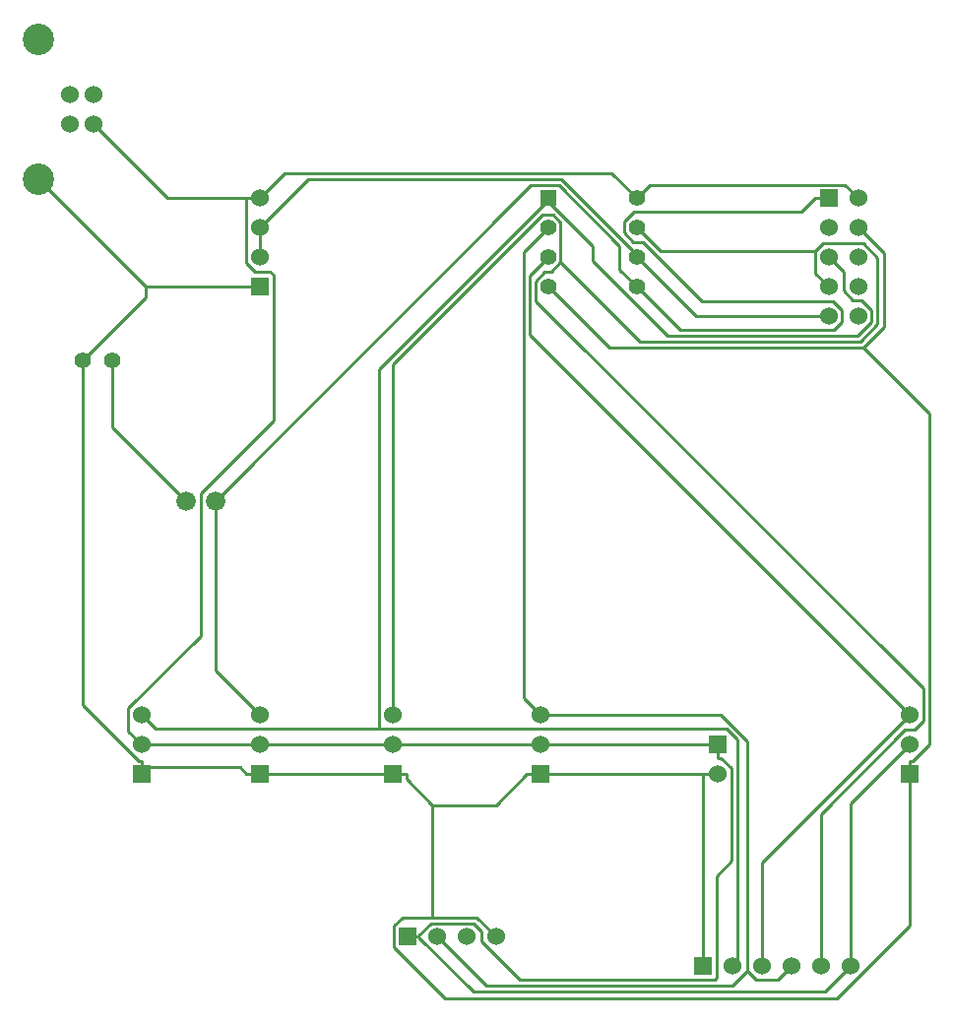
<source format=gbl>
G04 #@! TF.FileFunction,Copper,L2,Bot,Signal*
%FSLAX46Y46*%
G04 Gerber Fmt 4.6, Leading zero omitted, Abs format (unit mm)*
G04 Created by KiCad (PCBNEW 4.0.1-3.201512221402+6198~38~ubuntu14.04.1-stable) date Fri Jan 22 07:36:26 2016*
%MOMM*%
G01*
G04 APERTURE LIST*
%ADD10C,0.150000*%
%ADD11C,1.524000*%
%ADD12C,2.700020*%
%ADD13C,1.397000*%
%ADD14R,1.524000X1.524000*%
%ADD15C,1.676400*%
%ADD16R,1.397000X1.397000*%
%ADD17C,0.254000*%
G04 APERTURE END LIST*
D10*
D11*
X185039000Y-119380000D03*
X185039000Y-116840000D03*
X183040020Y-116840000D03*
X183040020Y-119380000D03*
D12*
X180340000Y-124109480D03*
X180340000Y-112110520D03*
D13*
X184150000Y-139700000D03*
X186690000Y-139700000D03*
D14*
X248285000Y-125730000D03*
D11*
X250825000Y-125730000D03*
X248285000Y-128270000D03*
X250825000Y-128270000D03*
X248285000Y-130810000D03*
X250825000Y-130810000D03*
X248285000Y-133350000D03*
X250825000Y-133350000D03*
X248285000Y-135890000D03*
X250825000Y-135890000D03*
D14*
X199390000Y-133350000D03*
D11*
X199390000Y-130810000D03*
X199390000Y-128270000D03*
X199390000Y-125730000D03*
D14*
X212090000Y-189230000D03*
D11*
X214630000Y-189230000D03*
X217170000Y-189230000D03*
X219710000Y-189230000D03*
D14*
X199390000Y-175260000D03*
D11*
X199390000Y-172720000D03*
X199390000Y-170180000D03*
D14*
X210820000Y-175260000D03*
D11*
X210820000Y-172720000D03*
X210820000Y-170180000D03*
D14*
X223520000Y-175260000D03*
D11*
X223520000Y-172720000D03*
X223520000Y-170180000D03*
D14*
X255270000Y-175260000D03*
D11*
X255270000Y-172720000D03*
X255270000Y-170180000D03*
D14*
X189230000Y-175260000D03*
D11*
X189230000Y-172720000D03*
X189230000Y-170180000D03*
D14*
X238760000Y-172720000D03*
D11*
X238760000Y-175260000D03*
D14*
X237490000Y-191770000D03*
D11*
X240030000Y-191770000D03*
X242570000Y-191770000D03*
X245110000Y-191770000D03*
X247650000Y-191770000D03*
X250190000Y-191770000D03*
D15*
X195580000Y-151765000D03*
X193040000Y-151765000D03*
D16*
X224155000Y-125730000D03*
D13*
X224155000Y-128270000D03*
X224155000Y-130810000D03*
X224155000Y-133350000D03*
X231775000Y-133350000D03*
X231775000Y-130810000D03*
X231775000Y-128270000D03*
X231775000Y-125730000D03*
D17*
X189230000Y-175260000D02*
X189230000Y-174688300D01*
X189230000Y-174688300D02*
X189230000Y-174116700D01*
X197675000Y-174688300D02*
X198246700Y-175260000D01*
X189230000Y-174688300D02*
X197675000Y-174688300D01*
X184150000Y-169322400D02*
X184150000Y-139700000D01*
X188944300Y-174116700D02*
X184150000Y-169322400D01*
X189230000Y-174116700D02*
X188944300Y-174116700D01*
X189580500Y-134269500D02*
X189580500Y-133350000D01*
X184150000Y-139700000D02*
X189580500Y-134269500D01*
X199390000Y-133350000D02*
X189580500Y-133350000D01*
X189580500Y-133350000D02*
X180340000Y-124109500D01*
X237490000Y-175260000D02*
X237490000Y-191770000D01*
X238760000Y-175260000D02*
X237490000Y-175260000D01*
X237490000Y-175260000D02*
X223520000Y-175260000D01*
X223520000Y-175260000D02*
X222376700Y-175260000D01*
X218058300Y-187578300D02*
X219710000Y-189230000D01*
X214239700Y-187578300D02*
X218058300Y-187578300D01*
X229415500Y-138610500D02*
X251251900Y-138610500D01*
X224155000Y-133350000D02*
X229415500Y-138610500D01*
X253044300Y-130489300D02*
X250825000Y-128270000D01*
X253044300Y-136818100D02*
X253044300Y-130489300D01*
X251251900Y-138610500D02*
X253044300Y-136818100D01*
X255270000Y-188307000D02*
X255270000Y-175260000D01*
X249040900Y-194536100D02*
X255270000Y-188307000D01*
X215321600Y-194536100D02*
X249040900Y-194536100D01*
X210946600Y-190161100D02*
X215321600Y-194536100D01*
X210946600Y-188304700D02*
X210946600Y-190161100D01*
X211673000Y-187578300D02*
X210946600Y-188304700D01*
X214239700Y-187578300D02*
X211673000Y-187578300D01*
X256924700Y-144283300D02*
X251251900Y-138610500D01*
X256924700Y-172747800D02*
X256924700Y-144283300D01*
X255555800Y-174116700D02*
X256924700Y-172747800D01*
X255270000Y-174116700D02*
X255555800Y-174116700D01*
X255270000Y-175260000D02*
X255270000Y-174116700D01*
X214239700Y-177929900D02*
X214239700Y-187578300D01*
X219706800Y-177929900D02*
X214239700Y-177929900D01*
X222376700Y-175260000D02*
X219706800Y-177929900D01*
X211963300Y-175653500D02*
X211963300Y-175260000D01*
X214239700Y-177929900D02*
X211963300Y-175653500D01*
X210820000Y-175260000D02*
X211963300Y-175260000D01*
X198818400Y-175260000D02*
X198246700Y-175260000D01*
X198818400Y-175260000D02*
X199390000Y-175260000D01*
X199390000Y-175260000D02*
X210820000Y-175260000D01*
X186690000Y-145415000D02*
X186690000Y-139700000D01*
X193040000Y-151765000D02*
X186690000Y-145415000D01*
X190420600Y-171370600D02*
X209660000Y-171370600D01*
X189230000Y-170180000D02*
X190420600Y-171370600D01*
X240429700Y-191370300D02*
X240030000Y-191770000D01*
X240429700Y-172286900D02*
X240429700Y-191370300D01*
X239513400Y-171370600D02*
X240429700Y-172286900D01*
X209660000Y-171370600D02*
X239513400Y-171370600D01*
X209660000Y-140476600D02*
X224139600Y-125997000D01*
X209660000Y-171370600D02*
X209660000Y-140476600D01*
X224139600Y-125745400D02*
X224139600Y-125997000D01*
X224155000Y-125730000D02*
X224139600Y-125745400D01*
X249555000Y-132080000D02*
X248285000Y-130810000D01*
X249555000Y-133696800D02*
X249555000Y-132080000D01*
X250351600Y-134493400D02*
X249555000Y-133696800D01*
X251087600Y-134493400D02*
X250351600Y-134493400D01*
X252003000Y-135408800D02*
X251087600Y-134493400D01*
X252003000Y-136382900D02*
X252003000Y-135408800D01*
X250798600Y-137587300D02*
X252003000Y-136382900D01*
X234449100Y-137587300D02*
X250798600Y-137587300D01*
X228039400Y-131177600D02*
X234449100Y-137587300D01*
X228039400Y-129896800D02*
X228039400Y-131177600D01*
X224139600Y-125997000D02*
X228039400Y-129896800D01*
X199390000Y-130810000D02*
X199390000Y-128270000D01*
X236855000Y-135890000D02*
X231775000Y-130810000D01*
X248285000Y-135890000D02*
X236855000Y-135890000D01*
X231775000Y-130607000D02*
X231775000Y-130810000D01*
X225286800Y-124118800D02*
X231775000Y-130607000D01*
X203541200Y-124118800D02*
X225286800Y-124118800D01*
X199390000Y-128270000D02*
X203541200Y-124118800D01*
X233812500Y-130307500D02*
X247141600Y-130307500D01*
X231775000Y-128270000D02*
X233812500Y-130307500D01*
X247141600Y-132206600D02*
X248285000Y-133350000D01*
X247141600Y-130307500D02*
X247141600Y-132206600D01*
X225234900Y-127811300D02*
X225234900Y-131257100D01*
X224612700Y-127189100D02*
X225234900Y-127811300D01*
X223670000Y-127189100D02*
X224612700Y-127189100D01*
X210820000Y-140039100D02*
X223670000Y-127189100D01*
X210820000Y-170180000D02*
X210820000Y-140039100D01*
X224412000Y-132080000D02*
X225234900Y-131257100D01*
X223890300Y-132080000D02*
X224412000Y-132080000D01*
X223068100Y-132902200D02*
X223890300Y-132080000D01*
X223068100Y-134582400D02*
X223068100Y-132902200D01*
X256413300Y-167927600D02*
X223068100Y-134582400D01*
X256413300Y-170717300D02*
X256413300Y-167927600D01*
X255680600Y-171450000D02*
X256413300Y-170717300D01*
X254886900Y-171450000D02*
X255680600Y-171450000D01*
X247650000Y-178686900D02*
X254886900Y-171450000D01*
X247650000Y-191770000D02*
X247650000Y-178686900D01*
X232073500Y-138095700D02*
X225234900Y-131257100D01*
X251009200Y-138095700D02*
X232073500Y-138095700D01*
X252511400Y-136593500D02*
X251009200Y-138095700D01*
X252511400Y-130868500D02*
X252511400Y-136593500D01*
X251267200Y-129624300D02*
X252511400Y-130868500D01*
X247824800Y-129624300D02*
X251267200Y-129624300D01*
X247141600Y-130307500D02*
X247824800Y-129624300D01*
X222559700Y-137469700D02*
X255270000Y-170180000D01*
X222559700Y-132405300D02*
X222559700Y-137469700D01*
X224155000Y-130810000D02*
X222559700Y-132405300D01*
X242570000Y-182880000D02*
X242570000Y-191770000D01*
X255270000Y-170180000D02*
X242570000Y-182880000D01*
X242097500Y-192956900D02*
X241300000Y-192159400D01*
X243923100Y-192956900D02*
X242097500Y-192956900D01*
X245110000Y-191770000D02*
X243923100Y-192956900D01*
X239041800Y-170180000D02*
X223520000Y-170180000D01*
X241300000Y-172438200D02*
X239041800Y-170180000D01*
X241300000Y-192159400D02*
X241300000Y-172438200D01*
X222040400Y-168700400D02*
X223520000Y-170180000D01*
X222040400Y-130384600D02*
X222040400Y-168700400D01*
X224155000Y-128270000D02*
X222040400Y-130384600D01*
X218832900Y-193432900D02*
X214630000Y-189230000D01*
X240026500Y-193432900D02*
X218832900Y-193432900D01*
X241300000Y-192159400D02*
X240026500Y-193432900D01*
X195580000Y-166370000D02*
X195580000Y-151765000D01*
X199390000Y-170180000D02*
X195580000Y-166370000D01*
X230314900Y-131889900D02*
X231775000Y-133350000D01*
X230314900Y-129865900D02*
X230314900Y-131889900D01*
X225099100Y-124650100D02*
X230314900Y-129865900D01*
X222694900Y-124650100D02*
X225099100Y-124650100D01*
X195580000Y-151765000D02*
X222694900Y-124650100D01*
X248285000Y-125730000D02*
X247141700Y-125730000D01*
X235503900Y-137078900D02*
X231775000Y-133350000D01*
X248760700Y-137078900D02*
X235503900Y-137078900D01*
X249428400Y-136411200D02*
X248760700Y-137078900D01*
X249428400Y-135416600D02*
X249428400Y-136411200D01*
X248631800Y-134620000D02*
X249428400Y-135416600D01*
X237406000Y-134620000D02*
X248631800Y-134620000D01*
X232326100Y-129540100D02*
X237406000Y-134620000D01*
X231513500Y-129540100D02*
X232326100Y-129540100D01*
X230694800Y-128721400D02*
X231513500Y-129540100D01*
X230694800Y-127778500D02*
X230694800Y-128721400D01*
X231600000Y-126873300D02*
X230694800Y-127778500D01*
X245998400Y-126873300D02*
X231600000Y-126873300D01*
X247141700Y-125730000D02*
X245998400Y-126873300D01*
X189230000Y-172720000D02*
X199390000Y-172720000D01*
X199390000Y-172720000D02*
X210820000Y-172720000D01*
X210820000Y-172720000D02*
X223520000Y-172720000D01*
X188084400Y-171574400D02*
X189230000Y-172720000D01*
X188084400Y-169600500D02*
X188084400Y-171574400D01*
X194310000Y-163374900D02*
X188084400Y-169600500D01*
X194310000Y-151104400D02*
X194310000Y-163374900D01*
X200541600Y-144872800D02*
X194310000Y-151104400D01*
X200541600Y-132372000D02*
X200541600Y-144872800D01*
X200249600Y-132080000D02*
X200541600Y-132372000D01*
X198971900Y-132080000D02*
X200249600Y-132080000D01*
X198216900Y-131325000D02*
X198971900Y-132080000D01*
X198216900Y-125730000D02*
X198216900Y-131325000D01*
X199390000Y-125730000D02*
X198216900Y-125730000D01*
X191389000Y-125730000D02*
X185039000Y-119380000D01*
X198216900Y-125730000D02*
X191389000Y-125730000D01*
X223520000Y-172720000D02*
X238760000Y-172720000D01*
X238760000Y-172720000D02*
X238760000Y-173863300D01*
X250190000Y-177800000D02*
X250190000Y-191770000D01*
X255270000Y-172720000D02*
X250190000Y-177800000D01*
X212090000Y-189230000D02*
X213059000Y-189230000D01*
X213059000Y-189118400D02*
X213059000Y-189230000D01*
X214090700Y-188086700D02*
X213059000Y-189118400D01*
X217729300Y-188086700D02*
X214090700Y-188086700D01*
X218440000Y-188797400D02*
X217729300Y-188086700D01*
X218440000Y-189626200D02*
X218440000Y-188797400D01*
X221727200Y-192913400D02*
X218440000Y-189626200D01*
X238506400Y-192913400D02*
X221727200Y-192913400D01*
X238633400Y-192786400D02*
X238506400Y-192913400D01*
X238633400Y-184027000D02*
X238633400Y-192786400D01*
X239921300Y-182739100D02*
X238633400Y-184027000D01*
X239921300Y-174738800D02*
X239921300Y-182739100D01*
X239045800Y-173863300D02*
X239921300Y-174738800D01*
X238760000Y-173863300D02*
X239045800Y-173863300D01*
X213059000Y-189275900D02*
X213059000Y-189230000D01*
X217764800Y-193981700D02*
X213059000Y-189275900D01*
X247978300Y-193981700D02*
X217764800Y-193981700D01*
X250190000Y-191770000D02*
X247978300Y-193981700D01*
X201545400Y-123574600D02*
X199390000Y-125730000D01*
X229619600Y-123574600D02*
X201545400Y-123574600D01*
X231775000Y-125730000D02*
X229619600Y-123574600D01*
X232918400Y-124586600D02*
X231775000Y-125730000D01*
X249681600Y-124586600D02*
X232918400Y-124586600D01*
X250825000Y-125730000D02*
X249681600Y-124586600D01*
M02*

</source>
